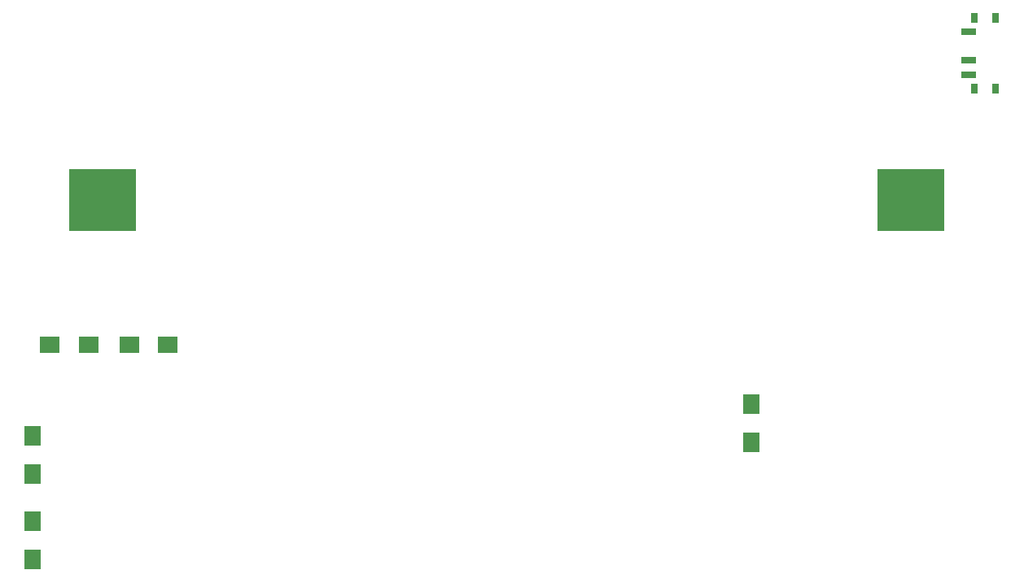
<source format=gbp>
G04 #@! TF.FileFunction,Paste,Bot*
%FSLAX46Y46*%
G04 Gerber Fmt 4.6, Leading zero omitted, Abs format (unit mm)*
G04 Created by KiCad (PCBNEW 4.0.6) date 10/22/17 23:17:58*
%MOMM*%
%LPD*%
G01*
G04 APERTURE LIST*
%ADD10C,0.150000*%
%ADD11R,7.000000X6.500000*%
%ADD12R,1.500000X0.700000*%
%ADD13R,0.800000X1.000000*%
%ADD14R,1.700000X2.000000*%
%ADD15R,2.000000X1.700000*%
G04 APERTURE END LIST*
D10*
D11*
X251851880Y-173299420D03*
X167751880Y-173299420D03*
D12*
X257781880Y-155759420D03*
X257781880Y-158759420D03*
X257781880Y-160259420D03*
D13*
X260641880Y-154359420D03*
X260641880Y-161659420D03*
X258431880Y-161659420D03*
X258431880Y-154359420D03*
D14*
X235211880Y-194559420D03*
X235211880Y-198559420D03*
D15*
X174521880Y-188399420D03*
X170521880Y-188399420D03*
D14*
X160456880Y-210719420D03*
X160456880Y-206719420D03*
X160456880Y-201829420D03*
X160456880Y-197829420D03*
D15*
X166266880Y-188399420D03*
X162266880Y-188399420D03*
M02*

</source>
